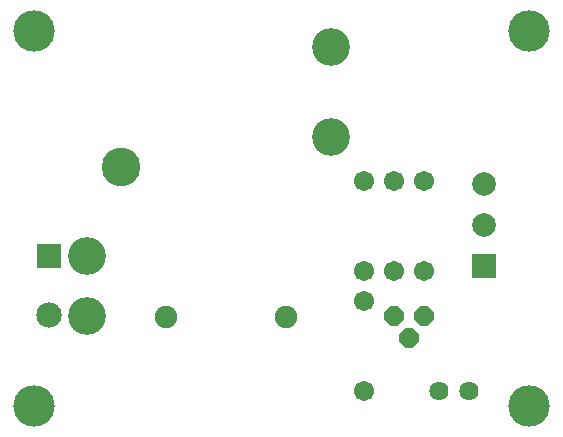
<source format=gbs>
G75*
G70*
%OFA0B0*%
%FSLAX24Y24*%
%IPPOS*%
%LPD*%
%AMOC8*
5,1,8,0,0,1.08239X$1,22.5*
%
%ADD10R,0.0848X0.0848*%
%ADD11C,0.0848*%
%ADD12OC8,0.0640*%
%ADD13C,0.0674*%
%ADD14C,0.0640*%
%ADD15C,0.1380*%
%ADD16R,0.0792X0.0792*%
%ADD17C,0.0792*%
%ADD18C,0.1261*%
%ADD19C,0.1290*%
%ADD20C,0.0753*%
D10*
X001732Y006232D03*
D11*
X001732Y004263D03*
D12*
X013232Y004232D03*
X013732Y003482D03*
X014232Y004232D03*
D13*
X014232Y005732D03*
X013232Y005732D03*
X012232Y005732D03*
X012232Y004732D03*
X012232Y001732D03*
X012232Y008732D03*
X013232Y008732D03*
X014232Y008732D03*
D14*
X014732Y001732D03*
X015732Y001732D03*
D15*
X001232Y001232D03*
X001232Y013732D03*
X017732Y013732D03*
X017732Y001232D03*
D16*
X016232Y005882D03*
D17*
X016232Y007260D03*
X016232Y008638D03*
D18*
X011126Y010189D03*
X011126Y013192D03*
X002982Y006232D03*
X002982Y004232D03*
D19*
X004133Y009189D03*
D20*
X005629Y004189D03*
X009629Y004189D03*
M02*

</source>
